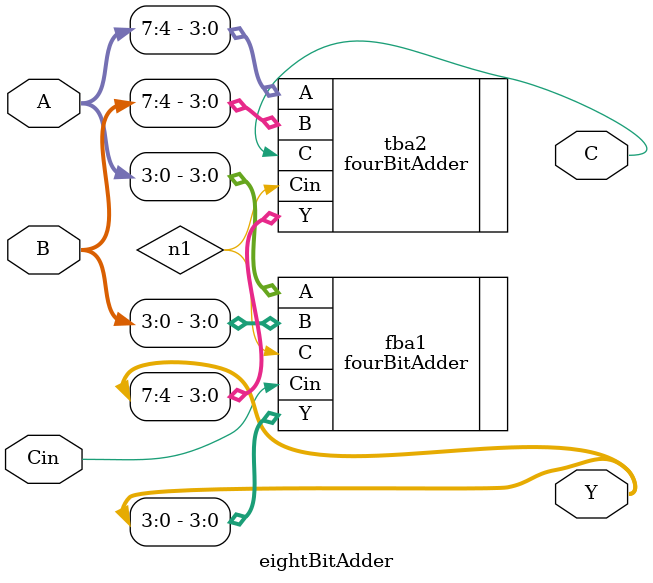
<source format=v>
`timescale 1ns / 1ps

// Dependencies:
// fourBitAdder.v

// Revision:
// Revision 0.01 - File Created
// Additional Comments:
//
// This module is based on the fourBitAdder module.
// It is a eight bit full adder.
//////////////////////////////////////////////////////////////////////////////////


module eightBitAdder(
    input [7:0] A,  //Four bit input A
    input [7:0] B,  //Four bit input B
    input Cin,      //One bit carry in
    output [7:0] Y, //Four bit output Y
    output C        //One bit carry out
);
    wire n1;
    fourBitAdder fba1 (
        .A(A[3:0]),
        .B(B[3:0]),
        .Cin(Cin),
        .Y(Y[3:0]),
        .C(n1)
    );

    fourBitAdder tba2 (
        .A(A[7:4]),
        .B(B[7:4]),
        .Cin(n1),
        .Y(Y[7:4]),
        .C(C)
    );
endmodule

</source>
